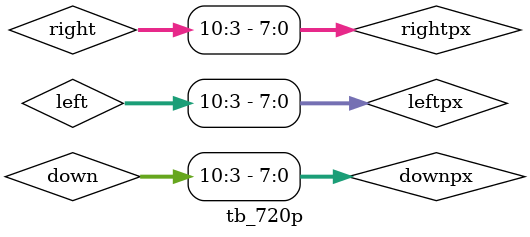
<source format=v>
`timescale 1ns / 1ps


module tb_720p(

);
    
    wire rx_pclk;
    wire rx_de;
    wire rx_hsync;
    wire rx_vsync;
    wire [7:0] rx_red;
    wire [7:0] rx_green;
    wire [7:0] rx_blue;
    
    wire [23 : 0] klt_tracker_out;
    wire context_valid;
    wire [10 : 0] center;
    wire [10 : 0] up;
    wire [10 : 0] down;
    wire [10 : 0] left;
    wire [10 : 0] right;
    wire [7 : 0] centerpx;
    wire [7 : 0] uppx;
    wire [7 : 0] downpx;
    wire [7 : 0] leftpx;
    wire [7 : 0] rightpx;
    wire [11 : 0] x_pos;
    wire [10 : 0] y_pos;
    wire dx_valid;
    wire [11 : 0] point_x0;
    wire [10 : 0] point_y0;
    wire in_roi;
    wire in_extended_roi;
    wire [7 : 0] prev_frame_pixel;
    wire [25 : 0] G11;
    wire [25 : 0] G12;
    wire [25 : 0] G21;
    wire [25 : 0] G22;
    wire [25 : 0] b1;
    wire [25 : 0] b2;
    wire [52 : 0] ed_minus_bf;
    wire [52 : 0] af_minus_ec;
    wire [51 : 0] ad_minus_bc;
    wire [87 : 0] dx;
    wire [87 : 0] dy;
    wire [9 : 0] write_addr_test;
    wire [9 : 0] read_addr_test;
    wire [9 : 0] read_offset;
    wire [16 : 0] read_offset_mult;
    wire [11 : 0] delta_x0;
    wire [10 : 0] delta_y0;
    wire center_vsync;
    wire first_frame;
    wire [11 : 0] latched_x0;
    wire [10 : 0] latched_y0;
    wire [16 : 0] dy_times_window;
    wire updated_in_this_frame;
    
    wire gray_de;
    wire gray_vsync;
    wire gray_hsync;
    wire [8 : 0] gray_pixel;
    
    wire bbox_de;
    wire bbox_hsync;
    wire bbox_vsync;
    wire [23 : 0] bbox_pixel_out;
    
    assign center_vsync = center[0];
    assign centerpx = center[10 -: 8];
    assign uppx = up[10 -: 8];
    assign downpx = down[10 -: 8];
    assign leftpx = left[10 -: 8];
    assign rightpx = right[10 -: 8];
        
    hdmi_in_720 file_input(
    
        .hdmi_clk(rx_pclk), 
        .hdmi_de(rx_de), 
        .hdmi_hs(rx_hsync), 
        .hdmi_vs(rx_vsync), 
        .hdmi_r(rx_red), 
        .hdmi_g(rx_green), 
        .hdmi_b(rx_blue)
    );
    
    
    rgb2ycbcr_0 gray(
    
        .clk(rx_pclk),
        .de_in(rx_de),
        .h_sync_in(rx_hsync),
        .v_sync_in(rx_vsync),
        .pixel_in({rx_red, rx_green, rx_blue}),
        
        .de_out(gray_de),
        .h_sync_out(gray_hsync),
        .v_sync_out(gray_vsync),
        .y(gray_pixel)
    );
    
    
//    klt_tracker_w10b2_mult_0 #(
    
//        .H_SIZE(800)
//    )
//    track(
    
//        .rx_pclk(rx_pclk),
//        .rx_de(gray_de),
//        .rx_hsync(gray_hsync),
//        .rx_vsync(gray_vsync),
//        .enable_tracking(1'b1),
//        .reset_position(1'b0),
//        .pixel_in(gray_pixel),
        
//        .pixel_out(klt_tracker_out),
//        .point_x0(point_x0),
//        .point_y0(point_y0)
//    );
    
    klt_tracker #(
    
        .H_SIZE(1650)
    )
    tracker(
    
        .rx_pclk(rx_pclk),
        .rx_de(rx_de),
        .rx_hsync(rx_hsync),
        .rx_vsync(rx_vsync),
        .enable_tracking(1'b1),
        .reset_position(1'b0),
        .pixel_in(rx_red),
        
        .center(center),
        .up(up),
        .down(down),
        .left(left),
        .right(right),
        .x_pos(x_pos),
        .y_pos(y_pos),
        .in_roi(in_roi),
        .in_extended_roi(in_extended_roi),
        .dx_valid(dx_valid),
        .prev_frame_pixel(prev_frame_pixel),
        .point_x0(point_x0),
        .point_y0(point_y0),
        .G11(G11),
        .G12(G12),
        .G22(G22),
        .b1(b1),
        .b2(b2),
        .ed_minus_bf(ed_minus_bf),
        .af_minus_ec(af_minus_ec),
        .ad_minus_bc(ad_minus_bc),
        .dx(dx),
        .dy(dy),
        .write_addr_test(write_addr_test),
        .read_addr_test(read_addr_test),
        .read_offset(read_offset),
        .read_offset_mult(read_offset_mult),
        .delta_x0(delta_x0),
        .delta_y0(delta_y0),
        .first_frame(first_frame),
        .latched_x0(latched_x0),
        .latched_y0(latched_y0),
        .dy_times_window(dy_times_window),
        .updated_in_this_frame(updated_in_this_frame)
    );
    
    
    bbox21_0 boundarybox(
    
        .clk(rx_pclk),
        .de_in(rx_de),
        .hsync_in(rx_hsync),
        .vsync_in(rx_vsync),
        .point_x0(point_x0),
        .point_y0(point_y0),
        .pixel_in({rx_red, rx_green, rx_blue}),
        
        .de_out(bbox_de),
        .hsync_out(bbox_hsync),
        .vsync_out(bbox_vsync),
        .pixel_out(bbox_pixel_out)
    );
    
    
    hdmi_out file_output (
    
        .hdmi_clk(rx_pclk), 
        .hdmi_vs(rx_vsync), 
        .hdmi_de(rx_de), 
        .hdmi_data({8'b0, bbox_pixel_out})
    );

endmodule

</source>
